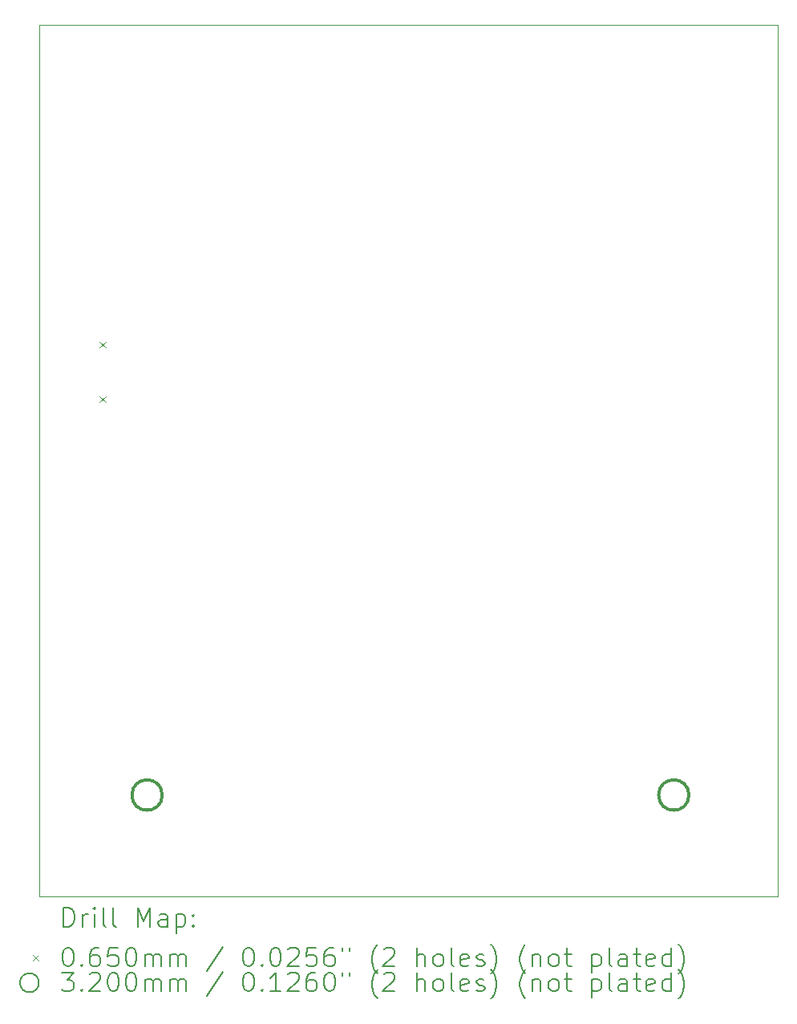
<source format=gbr>
%TF.GenerationSoftware,KiCad,Pcbnew,7.0.8*%
%TF.CreationDate,2023-11-10T09:55:39+08:00*%
%TF.ProjectId,ESPCARproject,45535043-4152-4707-926f-6a6563742e6b,rev?*%
%TF.SameCoordinates,Original*%
%TF.FileFunction,Drillmap*%
%TF.FilePolarity,Positive*%
%FSLAX45Y45*%
G04 Gerber Fmt 4.5, Leading zero omitted, Abs format (unit mm)*
G04 Created by KiCad (PCBNEW 7.0.8) date 2023-11-10 09:55:39*
%MOMM*%
%LPD*%
G01*
G04 APERTURE LIST*
%ADD10C,0.100000*%
%ADD11C,0.200000*%
%ADD12C,0.065000*%
%ADD13C,0.320000*%
G04 APERTURE END LIST*
D10*
X10852000Y-4837750D02*
X18649000Y-4837750D01*
X18649000Y-14034750D01*
X10852000Y-14034750D01*
X10852000Y-4837750D01*
D11*
D12*
X11485500Y-8178000D02*
X11550500Y-8243000D01*
X11550500Y-8178000D02*
X11485500Y-8243000D01*
X11485500Y-8756000D02*
X11550500Y-8821000D01*
X11550500Y-8756000D02*
X11485500Y-8821000D01*
D13*
X12149500Y-12963000D02*
G75*
G03*
X12149500Y-12963000I-160000J0D01*
G01*
X17711000Y-12963000D02*
G75*
G03*
X17711000Y-12963000I-160000J0D01*
G01*
D11*
X11107777Y-14351234D02*
X11107777Y-14151234D01*
X11107777Y-14151234D02*
X11155396Y-14151234D01*
X11155396Y-14151234D02*
X11183967Y-14160758D01*
X11183967Y-14160758D02*
X11203015Y-14179805D01*
X11203015Y-14179805D02*
X11212539Y-14198853D01*
X11212539Y-14198853D02*
X11222062Y-14236948D01*
X11222062Y-14236948D02*
X11222062Y-14265519D01*
X11222062Y-14265519D02*
X11212539Y-14303615D01*
X11212539Y-14303615D02*
X11203015Y-14322662D01*
X11203015Y-14322662D02*
X11183967Y-14341710D01*
X11183967Y-14341710D02*
X11155396Y-14351234D01*
X11155396Y-14351234D02*
X11107777Y-14351234D01*
X11307777Y-14351234D02*
X11307777Y-14217900D01*
X11307777Y-14255996D02*
X11317301Y-14236948D01*
X11317301Y-14236948D02*
X11326824Y-14227424D01*
X11326824Y-14227424D02*
X11345872Y-14217900D01*
X11345872Y-14217900D02*
X11364920Y-14217900D01*
X11431586Y-14351234D02*
X11431586Y-14217900D01*
X11431586Y-14151234D02*
X11422062Y-14160758D01*
X11422062Y-14160758D02*
X11431586Y-14170281D01*
X11431586Y-14170281D02*
X11441110Y-14160758D01*
X11441110Y-14160758D02*
X11431586Y-14151234D01*
X11431586Y-14151234D02*
X11431586Y-14170281D01*
X11555396Y-14351234D02*
X11536348Y-14341710D01*
X11536348Y-14341710D02*
X11526824Y-14322662D01*
X11526824Y-14322662D02*
X11526824Y-14151234D01*
X11660158Y-14351234D02*
X11641110Y-14341710D01*
X11641110Y-14341710D02*
X11631586Y-14322662D01*
X11631586Y-14322662D02*
X11631586Y-14151234D01*
X11888729Y-14351234D02*
X11888729Y-14151234D01*
X11888729Y-14151234D02*
X11955396Y-14294091D01*
X11955396Y-14294091D02*
X12022062Y-14151234D01*
X12022062Y-14151234D02*
X12022062Y-14351234D01*
X12203015Y-14351234D02*
X12203015Y-14246472D01*
X12203015Y-14246472D02*
X12193491Y-14227424D01*
X12193491Y-14227424D02*
X12174443Y-14217900D01*
X12174443Y-14217900D02*
X12136348Y-14217900D01*
X12136348Y-14217900D02*
X12117301Y-14227424D01*
X12203015Y-14341710D02*
X12183967Y-14351234D01*
X12183967Y-14351234D02*
X12136348Y-14351234D01*
X12136348Y-14351234D02*
X12117301Y-14341710D01*
X12117301Y-14341710D02*
X12107777Y-14322662D01*
X12107777Y-14322662D02*
X12107777Y-14303615D01*
X12107777Y-14303615D02*
X12117301Y-14284567D01*
X12117301Y-14284567D02*
X12136348Y-14275043D01*
X12136348Y-14275043D02*
X12183967Y-14275043D01*
X12183967Y-14275043D02*
X12203015Y-14265519D01*
X12298253Y-14217900D02*
X12298253Y-14417900D01*
X12298253Y-14227424D02*
X12317301Y-14217900D01*
X12317301Y-14217900D02*
X12355396Y-14217900D01*
X12355396Y-14217900D02*
X12374443Y-14227424D01*
X12374443Y-14227424D02*
X12383967Y-14236948D01*
X12383967Y-14236948D02*
X12393491Y-14255996D01*
X12393491Y-14255996D02*
X12393491Y-14313138D01*
X12393491Y-14313138D02*
X12383967Y-14332186D01*
X12383967Y-14332186D02*
X12374443Y-14341710D01*
X12374443Y-14341710D02*
X12355396Y-14351234D01*
X12355396Y-14351234D02*
X12317301Y-14351234D01*
X12317301Y-14351234D02*
X12298253Y-14341710D01*
X12479205Y-14332186D02*
X12488729Y-14341710D01*
X12488729Y-14341710D02*
X12479205Y-14351234D01*
X12479205Y-14351234D02*
X12469682Y-14341710D01*
X12469682Y-14341710D02*
X12479205Y-14332186D01*
X12479205Y-14332186D02*
X12479205Y-14351234D01*
X12479205Y-14227424D02*
X12488729Y-14236948D01*
X12488729Y-14236948D02*
X12479205Y-14246472D01*
X12479205Y-14246472D02*
X12469682Y-14236948D01*
X12469682Y-14236948D02*
X12479205Y-14227424D01*
X12479205Y-14227424D02*
X12479205Y-14246472D01*
D12*
X10782000Y-14647250D02*
X10847000Y-14712250D01*
X10847000Y-14647250D02*
X10782000Y-14712250D01*
D11*
X11145872Y-14571234D02*
X11164920Y-14571234D01*
X11164920Y-14571234D02*
X11183967Y-14580758D01*
X11183967Y-14580758D02*
X11193491Y-14590281D01*
X11193491Y-14590281D02*
X11203015Y-14609329D01*
X11203015Y-14609329D02*
X11212539Y-14647424D01*
X11212539Y-14647424D02*
X11212539Y-14695043D01*
X11212539Y-14695043D02*
X11203015Y-14733138D01*
X11203015Y-14733138D02*
X11193491Y-14752186D01*
X11193491Y-14752186D02*
X11183967Y-14761710D01*
X11183967Y-14761710D02*
X11164920Y-14771234D01*
X11164920Y-14771234D02*
X11145872Y-14771234D01*
X11145872Y-14771234D02*
X11126824Y-14761710D01*
X11126824Y-14761710D02*
X11117301Y-14752186D01*
X11117301Y-14752186D02*
X11107777Y-14733138D01*
X11107777Y-14733138D02*
X11098253Y-14695043D01*
X11098253Y-14695043D02*
X11098253Y-14647424D01*
X11098253Y-14647424D02*
X11107777Y-14609329D01*
X11107777Y-14609329D02*
X11117301Y-14590281D01*
X11117301Y-14590281D02*
X11126824Y-14580758D01*
X11126824Y-14580758D02*
X11145872Y-14571234D01*
X11298253Y-14752186D02*
X11307777Y-14761710D01*
X11307777Y-14761710D02*
X11298253Y-14771234D01*
X11298253Y-14771234D02*
X11288729Y-14761710D01*
X11288729Y-14761710D02*
X11298253Y-14752186D01*
X11298253Y-14752186D02*
X11298253Y-14771234D01*
X11479205Y-14571234D02*
X11441110Y-14571234D01*
X11441110Y-14571234D02*
X11422062Y-14580758D01*
X11422062Y-14580758D02*
X11412539Y-14590281D01*
X11412539Y-14590281D02*
X11393491Y-14618853D01*
X11393491Y-14618853D02*
X11383967Y-14656948D01*
X11383967Y-14656948D02*
X11383967Y-14733138D01*
X11383967Y-14733138D02*
X11393491Y-14752186D01*
X11393491Y-14752186D02*
X11403015Y-14761710D01*
X11403015Y-14761710D02*
X11422062Y-14771234D01*
X11422062Y-14771234D02*
X11460158Y-14771234D01*
X11460158Y-14771234D02*
X11479205Y-14761710D01*
X11479205Y-14761710D02*
X11488729Y-14752186D01*
X11488729Y-14752186D02*
X11498253Y-14733138D01*
X11498253Y-14733138D02*
X11498253Y-14685519D01*
X11498253Y-14685519D02*
X11488729Y-14666472D01*
X11488729Y-14666472D02*
X11479205Y-14656948D01*
X11479205Y-14656948D02*
X11460158Y-14647424D01*
X11460158Y-14647424D02*
X11422062Y-14647424D01*
X11422062Y-14647424D02*
X11403015Y-14656948D01*
X11403015Y-14656948D02*
X11393491Y-14666472D01*
X11393491Y-14666472D02*
X11383967Y-14685519D01*
X11679205Y-14571234D02*
X11583967Y-14571234D01*
X11583967Y-14571234D02*
X11574443Y-14666472D01*
X11574443Y-14666472D02*
X11583967Y-14656948D01*
X11583967Y-14656948D02*
X11603015Y-14647424D01*
X11603015Y-14647424D02*
X11650634Y-14647424D01*
X11650634Y-14647424D02*
X11669682Y-14656948D01*
X11669682Y-14656948D02*
X11679205Y-14666472D01*
X11679205Y-14666472D02*
X11688729Y-14685519D01*
X11688729Y-14685519D02*
X11688729Y-14733138D01*
X11688729Y-14733138D02*
X11679205Y-14752186D01*
X11679205Y-14752186D02*
X11669682Y-14761710D01*
X11669682Y-14761710D02*
X11650634Y-14771234D01*
X11650634Y-14771234D02*
X11603015Y-14771234D01*
X11603015Y-14771234D02*
X11583967Y-14761710D01*
X11583967Y-14761710D02*
X11574443Y-14752186D01*
X11812539Y-14571234D02*
X11831586Y-14571234D01*
X11831586Y-14571234D02*
X11850634Y-14580758D01*
X11850634Y-14580758D02*
X11860158Y-14590281D01*
X11860158Y-14590281D02*
X11869682Y-14609329D01*
X11869682Y-14609329D02*
X11879205Y-14647424D01*
X11879205Y-14647424D02*
X11879205Y-14695043D01*
X11879205Y-14695043D02*
X11869682Y-14733138D01*
X11869682Y-14733138D02*
X11860158Y-14752186D01*
X11860158Y-14752186D02*
X11850634Y-14761710D01*
X11850634Y-14761710D02*
X11831586Y-14771234D01*
X11831586Y-14771234D02*
X11812539Y-14771234D01*
X11812539Y-14771234D02*
X11793491Y-14761710D01*
X11793491Y-14761710D02*
X11783967Y-14752186D01*
X11783967Y-14752186D02*
X11774443Y-14733138D01*
X11774443Y-14733138D02*
X11764920Y-14695043D01*
X11764920Y-14695043D02*
X11764920Y-14647424D01*
X11764920Y-14647424D02*
X11774443Y-14609329D01*
X11774443Y-14609329D02*
X11783967Y-14590281D01*
X11783967Y-14590281D02*
X11793491Y-14580758D01*
X11793491Y-14580758D02*
X11812539Y-14571234D01*
X11964920Y-14771234D02*
X11964920Y-14637900D01*
X11964920Y-14656948D02*
X11974443Y-14647424D01*
X11974443Y-14647424D02*
X11993491Y-14637900D01*
X11993491Y-14637900D02*
X12022063Y-14637900D01*
X12022063Y-14637900D02*
X12041110Y-14647424D01*
X12041110Y-14647424D02*
X12050634Y-14666472D01*
X12050634Y-14666472D02*
X12050634Y-14771234D01*
X12050634Y-14666472D02*
X12060158Y-14647424D01*
X12060158Y-14647424D02*
X12079205Y-14637900D01*
X12079205Y-14637900D02*
X12107777Y-14637900D01*
X12107777Y-14637900D02*
X12126824Y-14647424D01*
X12126824Y-14647424D02*
X12136348Y-14666472D01*
X12136348Y-14666472D02*
X12136348Y-14771234D01*
X12231586Y-14771234D02*
X12231586Y-14637900D01*
X12231586Y-14656948D02*
X12241110Y-14647424D01*
X12241110Y-14647424D02*
X12260158Y-14637900D01*
X12260158Y-14637900D02*
X12288729Y-14637900D01*
X12288729Y-14637900D02*
X12307777Y-14647424D01*
X12307777Y-14647424D02*
X12317301Y-14666472D01*
X12317301Y-14666472D02*
X12317301Y-14771234D01*
X12317301Y-14666472D02*
X12326824Y-14647424D01*
X12326824Y-14647424D02*
X12345872Y-14637900D01*
X12345872Y-14637900D02*
X12374443Y-14637900D01*
X12374443Y-14637900D02*
X12393491Y-14647424D01*
X12393491Y-14647424D02*
X12403015Y-14666472D01*
X12403015Y-14666472D02*
X12403015Y-14771234D01*
X12793491Y-14561710D02*
X12622063Y-14818853D01*
X13050634Y-14571234D02*
X13069682Y-14571234D01*
X13069682Y-14571234D02*
X13088729Y-14580758D01*
X13088729Y-14580758D02*
X13098253Y-14590281D01*
X13098253Y-14590281D02*
X13107777Y-14609329D01*
X13107777Y-14609329D02*
X13117301Y-14647424D01*
X13117301Y-14647424D02*
X13117301Y-14695043D01*
X13117301Y-14695043D02*
X13107777Y-14733138D01*
X13107777Y-14733138D02*
X13098253Y-14752186D01*
X13098253Y-14752186D02*
X13088729Y-14761710D01*
X13088729Y-14761710D02*
X13069682Y-14771234D01*
X13069682Y-14771234D02*
X13050634Y-14771234D01*
X13050634Y-14771234D02*
X13031586Y-14761710D01*
X13031586Y-14761710D02*
X13022063Y-14752186D01*
X13022063Y-14752186D02*
X13012539Y-14733138D01*
X13012539Y-14733138D02*
X13003015Y-14695043D01*
X13003015Y-14695043D02*
X13003015Y-14647424D01*
X13003015Y-14647424D02*
X13012539Y-14609329D01*
X13012539Y-14609329D02*
X13022063Y-14590281D01*
X13022063Y-14590281D02*
X13031586Y-14580758D01*
X13031586Y-14580758D02*
X13050634Y-14571234D01*
X13203015Y-14752186D02*
X13212539Y-14761710D01*
X13212539Y-14761710D02*
X13203015Y-14771234D01*
X13203015Y-14771234D02*
X13193491Y-14761710D01*
X13193491Y-14761710D02*
X13203015Y-14752186D01*
X13203015Y-14752186D02*
X13203015Y-14771234D01*
X13336348Y-14571234D02*
X13355396Y-14571234D01*
X13355396Y-14571234D02*
X13374444Y-14580758D01*
X13374444Y-14580758D02*
X13383967Y-14590281D01*
X13383967Y-14590281D02*
X13393491Y-14609329D01*
X13393491Y-14609329D02*
X13403015Y-14647424D01*
X13403015Y-14647424D02*
X13403015Y-14695043D01*
X13403015Y-14695043D02*
X13393491Y-14733138D01*
X13393491Y-14733138D02*
X13383967Y-14752186D01*
X13383967Y-14752186D02*
X13374444Y-14761710D01*
X13374444Y-14761710D02*
X13355396Y-14771234D01*
X13355396Y-14771234D02*
X13336348Y-14771234D01*
X13336348Y-14771234D02*
X13317301Y-14761710D01*
X13317301Y-14761710D02*
X13307777Y-14752186D01*
X13307777Y-14752186D02*
X13298253Y-14733138D01*
X13298253Y-14733138D02*
X13288729Y-14695043D01*
X13288729Y-14695043D02*
X13288729Y-14647424D01*
X13288729Y-14647424D02*
X13298253Y-14609329D01*
X13298253Y-14609329D02*
X13307777Y-14590281D01*
X13307777Y-14590281D02*
X13317301Y-14580758D01*
X13317301Y-14580758D02*
X13336348Y-14571234D01*
X13479206Y-14590281D02*
X13488729Y-14580758D01*
X13488729Y-14580758D02*
X13507777Y-14571234D01*
X13507777Y-14571234D02*
X13555396Y-14571234D01*
X13555396Y-14571234D02*
X13574444Y-14580758D01*
X13574444Y-14580758D02*
X13583967Y-14590281D01*
X13583967Y-14590281D02*
X13593491Y-14609329D01*
X13593491Y-14609329D02*
X13593491Y-14628377D01*
X13593491Y-14628377D02*
X13583967Y-14656948D01*
X13583967Y-14656948D02*
X13469682Y-14771234D01*
X13469682Y-14771234D02*
X13593491Y-14771234D01*
X13774444Y-14571234D02*
X13679206Y-14571234D01*
X13679206Y-14571234D02*
X13669682Y-14666472D01*
X13669682Y-14666472D02*
X13679206Y-14656948D01*
X13679206Y-14656948D02*
X13698253Y-14647424D01*
X13698253Y-14647424D02*
X13745872Y-14647424D01*
X13745872Y-14647424D02*
X13764920Y-14656948D01*
X13764920Y-14656948D02*
X13774444Y-14666472D01*
X13774444Y-14666472D02*
X13783967Y-14685519D01*
X13783967Y-14685519D02*
X13783967Y-14733138D01*
X13783967Y-14733138D02*
X13774444Y-14752186D01*
X13774444Y-14752186D02*
X13764920Y-14761710D01*
X13764920Y-14761710D02*
X13745872Y-14771234D01*
X13745872Y-14771234D02*
X13698253Y-14771234D01*
X13698253Y-14771234D02*
X13679206Y-14761710D01*
X13679206Y-14761710D02*
X13669682Y-14752186D01*
X13955396Y-14571234D02*
X13917301Y-14571234D01*
X13917301Y-14571234D02*
X13898253Y-14580758D01*
X13898253Y-14580758D02*
X13888729Y-14590281D01*
X13888729Y-14590281D02*
X13869682Y-14618853D01*
X13869682Y-14618853D02*
X13860158Y-14656948D01*
X13860158Y-14656948D02*
X13860158Y-14733138D01*
X13860158Y-14733138D02*
X13869682Y-14752186D01*
X13869682Y-14752186D02*
X13879206Y-14761710D01*
X13879206Y-14761710D02*
X13898253Y-14771234D01*
X13898253Y-14771234D02*
X13936348Y-14771234D01*
X13936348Y-14771234D02*
X13955396Y-14761710D01*
X13955396Y-14761710D02*
X13964920Y-14752186D01*
X13964920Y-14752186D02*
X13974444Y-14733138D01*
X13974444Y-14733138D02*
X13974444Y-14685519D01*
X13974444Y-14685519D02*
X13964920Y-14666472D01*
X13964920Y-14666472D02*
X13955396Y-14656948D01*
X13955396Y-14656948D02*
X13936348Y-14647424D01*
X13936348Y-14647424D02*
X13898253Y-14647424D01*
X13898253Y-14647424D02*
X13879206Y-14656948D01*
X13879206Y-14656948D02*
X13869682Y-14666472D01*
X13869682Y-14666472D02*
X13860158Y-14685519D01*
X14050634Y-14571234D02*
X14050634Y-14609329D01*
X14126825Y-14571234D02*
X14126825Y-14609329D01*
X14422063Y-14847424D02*
X14412539Y-14837900D01*
X14412539Y-14837900D02*
X14393491Y-14809329D01*
X14393491Y-14809329D02*
X14383968Y-14790281D01*
X14383968Y-14790281D02*
X14374444Y-14761710D01*
X14374444Y-14761710D02*
X14364920Y-14714091D01*
X14364920Y-14714091D02*
X14364920Y-14675996D01*
X14364920Y-14675996D02*
X14374444Y-14628377D01*
X14374444Y-14628377D02*
X14383968Y-14599805D01*
X14383968Y-14599805D02*
X14393491Y-14580758D01*
X14393491Y-14580758D02*
X14412539Y-14552186D01*
X14412539Y-14552186D02*
X14422063Y-14542662D01*
X14488729Y-14590281D02*
X14498253Y-14580758D01*
X14498253Y-14580758D02*
X14517301Y-14571234D01*
X14517301Y-14571234D02*
X14564920Y-14571234D01*
X14564920Y-14571234D02*
X14583968Y-14580758D01*
X14583968Y-14580758D02*
X14593491Y-14590281D01*
X14593491Y-14590281D02*
X14603015Y-14609329D01*
X14603015Y-14609329D02*
X14603015Y-14628377D01*
X14603015Y-14628377D02*
X14593491Y-14656948D01*
X14593491Y-14656948D02*
X14479206Y-14771234D01*
X14479206Y-14771234D02*
X14603015Y-14771234D01*
X14841110Y-14771234D02*
X14841110Y-14571234D01*
X14926825Y-14771234D02*
X14926825Y-14666472D01*
X14926825Y-14666472D02*
X14917301Y-14647424D01*
X14917301Y-14647424D02*
X14898253Y-14637900D01*
X14898253Y-14637900D02*
X14869682Y-14637900D01*
X14869682Y-14637900D02*
X14850634Y-14647424D01*
X14850634Y-14647424D02*
X14841110Y-14656948D01*
X15050634Y-14771234D02*
X15031587Y-14761710D01*
X15031587Y-14761710D02*
X15022063Y-14752186D01*
X15022063Y-14752186D02*
X15012539Y-14733138D01*
X15012539Y-14733138D02*
X15012539Y-14675996D01*
X15012539Y-14675996D02*
X15022063Y-14656948D01*
X15022063Y-14656948D02*
X15031587Y-14647424D01*
X15031587Y-14647424D02*
X15050634Y-14637900D01*
X15050634Y-14637900D02*
X15079206Y-14637900D01*
X15079206Y-14637900D02*
X15098253Y-14647424D01*
X15098253Y-14647424D02*
X15107777Y-14656948D01*
X15107777Y-14656948D02*
X15117301Y-14675996D01*
X15117301Y-14675996D02*
X15117301Y-14733138D01*
X15117301Y-14733138D02*
X15107777Y-14752186D01*
X15107777Y-14752186D02*
X15098253Y-14761710D01*
X15098253Y-14761710D02*
X15079206Y-14771234D01*
X15079206Y-14771234D02*
X15050634Y-14771234D01*
X15231587Y-14771234D02*
X15212539Y-14761710D01*
X15212539Y-14761710D02*
X15203015Y-14742662D01*
X15203015Y-14742662D02*
X15203015Y-14571234D01*
X15383968Y-14761710D02*
X15364920Y-14771234D01*
X15364920Y-14771234D02*
X15326825Y-14771234D01*
X15326825Y-14771234D02*
X15307777Y-14761710D01*
X15307777Y-14761710D02*
X15298253Y-14742662D01*
X15298253Y-14742662D02*
X15298253Y-14666472D01*
X15298253Y-14666472D02*
X15307777Y-14647424D01*
X15307777Y-14647424D02*
X15326825Y-14637900D01*
X15326825Y-14637900D02*
X15364920Y-14637900D01*
X15364920Y-14637900D02*
X15383968Y-14647424D01*
X15383968Y-14647424D02*
X15393491Y-14666472D01*
X15393491Y-14666472D02*
X15393491Y-14685519D01*
X15393491Y-14685519D02*
X15298253Y-14704567D01*
X15469682Y-14761710D02*
X15488730Y-14771234D01*
X15488730Y-14771234D02*
X15526825Y-14771234D01*
X15526825Y-14771234D02*
X15545872Y-14761710D01*
X15545872Y-14761710D02*
X15555396Y-14742662D01*
X15555396Y-14742662D02*
X15555396Y-14733138D01*
X15555396Y-14733138D02*
X15545872Y-14714091D01*
X15545872Y-14714091D02*
X15526825Y-14704567D01*
X15526825Y-14704567D02*
X15498253Y-14704567D01*
X15498253Y-14704567D02*
X15479206Y-14695043D01*
X15479206Y-14695043D02*
X15469682Y-14675996D01*
X15469682Y-14675996D02*
X15469682Y-14666472D01*
X15469682Y-14666472D02*
X15479206Y-14647424D01*
X15479206Y-14647424D02*
X15498253Y-14637900D01*
X15498253Y-14637900D02*
X15526825Y-14637900D01*
X15526825Y-14637900D02*
X15545872Y-14647424D01*
X15622063Y-14847424D02*
X15631587Y-14837900D01*
X15631587Y-14837900D02*
X15650634Y-14809329D01*
X15650634Y-14809329D02*
X15660158Y-14790281D01*
X15660158Y-14790281D02*
X15669682Y-14761710D01*
X15669682Y-14761710D02*
X15679206Y-14714091D01*
X15679206Y-14714091D02*
X15679206Y-14675996D01*
X15679206Y-14675996D02*
X15669682Y-14628377D01*
X15669682Y-14628377D02*
X15660158Y-14599805D01*
X15660158Y-14599805D02*
X15650634Y-14580758D01*
X15650634Y-14580758D02*
X15631587Y-14552186D01*
X15631587Y-14552186D02*
X15622063Y-14542662D01*
X15983968Y-14847424D02*
X15974444Y-14837900D01*
X15974444Y-14837900D02*
X15955396Y-14809329D01*
X15955396Y-14809329D02*
X15945872Y-14790281D01*
X15945872Y-14790281D02*
X15936349Y-14761710D01*
X15936349Y-14761710D02*
X15926825Y-14714091D01*
X15926825Y-14714091D02*
X15926825Y-14675996D01*
X15926825Y-14675996D02*
X15936349Y-14628377D01*
X15936349Y-14628377D02*
X15945872Y-14599805D01*
X15945872Y-14599805D02*
X15955396Y-14580758D01*
X15955396Y-14580758D02*
X15974444Y-14552186D01*
X15974444Y-14552186D02*
X15983968Y-14542662D01*
X16060158Y-14637900D02*
X16060158Y-14771234D01*
X16060158Y-14656948D02*
X16069682Y-14647424D01*
X16069682Y-14647424D02*
X16088730Y-14637900D01*
X16088730Y-14637900D02*
X16117301Y-14637900D01*
X16117301Y-14637900D02*
X16136349Y-14647424D01*
X16136349Y-14647424D02*
X16145872Y-14666472D01*
X16145872Y-14666472D02*
X16145872Y-14771234D01*
X16269682Y-14771234D02*
X16250634Y-14761710D01*
X16250634Y-14761710D02*
X16241111Y-14752186D01*
X16241111Y-14752186D02*
X16231587Y-14733138D01*
X16231587Y-14733138D02*
X16231587Y-14675996D01*
X16231587Y-14675996D02*
X16241111Y-14656948D01*
X16241111Y-14656948D02*
X16250634Y-14647424D01*
X16250634Y-14647424D02*
X16269682Y-14637900D01*
X16269682Y-14637900D02*
X16298253Y-14637900D01*
X16298253Y-14637900D02*
X16317301Y-14647424D01*
X16317301Y-14647424D02*
X16326825Y-14656948D01*
X16326825Y-14656948D02*
X16336349Y-14675996D01*
X16336349Y-14675996D02*
X16336349Y-14733138D01*
X16336349Y-14733138D02*
X16326825Y-14752186D01*
X16326825Y-14752186D02*
X16317301Y-14761710D01*
X16317301Y-14761710D02*
X16298253Y-14771234D01*
X16298253Y-14771234D02*
X16269682Y-14771234D01*
X16393492Y-14637900D02*
X16469682Y-14637900D01*
X16422063Y-14571234D02*
X16422063Y-14742662D01*
X16422063Y-14742662D02*
X16431587Y-14761710D01*
X16431587Y-14761710D02*
X16450634Y-14771234D01*
X16450634Y-14771234D02*
X16469682Y-14771234D01*
X16688730Y-14637900D02*
X16688730Y-14837900D01*
X16688730Y-14647424D02*
X16707777Y-14637900D01*
X16707777Y-14637900D02*
X16745873Y-14637900D01*
X16745873Y-14637900D02*
X16764920Y-14647424D01*
X16764920Y-14647424D02*
X16774444Y-14656948D01*
X16774444Y-14656948D02*
X16783968Y-14675996D01*
X16783968Y-14675996D02*
X16783968Y-14733138D01*
X16783968Y-14733138D02*
X16774444Y-14752186D01*
X16774444Y-14752186D02*
X16764920Y-14761710D01*
X16764920Y-14761710D02*
X16745873Y-14771234D01*
X16745873Y-14771234D02*
X16707777Y-14771234D01*
X16707777Y-14771234D02*
X16688730Y-14761710D01*
X16898254Y-14771234D02*
X16879206Y-14761710D01*
X16879206Y-14761710D02*
X16869682Y-14742662D01*
X16869682Y-14742662D02*
X16869682Y-14571234D01*
X17060158Y-14771234D02*
X17060158Y-14666472D01*
X17060158Y-14666472D02*
X17050635Y-14647424D01*
X17050635Y-14647424D02*
X17031587Y-14637900D01*
X17031587Y-14637900D02*
X16993492Y-14637900D01*
X16993492Y-14637900D02*
X16974444Y-14647424D01*
X17060158Y-14761710D02*
X17041111Y-14771234D01*
X17041111Y-14771234D02*
X16993492Y-14771234D01*
X16993492Y-14771234D02*
X16974444Y-14761710D01*
X16974444Y-14761710D02*
X16964920Y-14742662D01*
X16964920Y-14742662D02*
X16964920Y-14723615D01*
X16964920Y-14723615D02*
X16974444Y-14704567D01*
X16974444Y-14704567D02*
X16993492Y-14695043D01*
X16993492Y-14695043D02*
X17041111Y-14695043D01*
X17041111Y-14695043D02*
X17060158Y-14685519D01*
X17126825Y-14637900D02*
X17203015Y-14637900D01*
X17155396Y-14571234D02*
X17155396Y-14742662D01*
X17155396Y-14742662D02*
X17164920Y-14761710D01*
X17164920Y-14761710D02*
X17183968Y-14771234D01*
X17183968Y-14771234D02*
X17203015Y-14771234D01*
X17345873Y-14761710D02*
X17326825Y-14771234D01*
X17326825Y-14771234D02*
X17288730Y-14771234D01*
X17288730Y-14771234D02*
X17269682Y-14761710D01*
X17269682Y-14761710D02*
X17260158Y-14742662D01*
X17260158Y-14742662D02*
X17260158Y-14666472D01*
X17260158Y-14666472D02*
X17269682Y-14647424D01*
X17269682Y-14647424D02*
X17288730Y-14637900D01*
X17288730Y-14637900D02*
X17326825Y-14637900D01*
X17326825Y-14637900D02*
X17345873Y-14647424D01*
X17345873Y-14647424D02*
X17355396Y-14666472D01*
X17355396Y-14666472D02*
X17355396Y-14685519D01*
X17355396Y-14685519D02*
X17260158Y-14704567D01*
X17526825Y-14771234D02*
X17526825Y-14571234D01*
X17526825Y-14761710D02*
X17507777Y-14771234D01*
X17507777Y-14771234D02*
X17469682Y-14771234D01*
X17469682Y-14771234D02*
X17450635Y-14761710D01*
X17450635Y-14761710D02*
X17441111Y-14752186D01*
X17441111Y-14752186D02*
X17431587Y-14733138D01*
X17431587Y-14733138D02*
X17431587Y-14675996D01*
X17431587Y-14675996D02*
X17441111Y-14656948D01*
X17441111Y-14656948D02*
X17450635Y-14647424D01*
X17450635Y-14647424D02*
X17469682Y-14637900D01*
X17469682Y-14637900D02*
X17507777Y-14637900D01*
X17507777Y-14637900D02*
X17526825Y-14647424D01*
X17603016Y-14847424D02*
X17612539Y-14837900D01*
X17612539Y-14837900D02*
X17631587Y-14809329D01*
X17631587Y-14809329D02*
X17641111Y-14790281D01*
X17641111Y-14790281D02*
X17650635Y-14761710D01*
X17650635Y-14761710D02*
X17660158Y-14714091D01*
X17660158Y-14714091D02*
X17660158Y-14675996D01*
X17660158Y-14675996D02*
X17650635Y-14628377D01*
X17650635Y-14628377D02*
X17641111Y-14599805D01*
X17641111Y-14599805D02*
X17631587Y-14580758D01*
X17631587Y-14580758D02*
X17612539Y-14552186D01*
X17612539Y-14552186D02*
X17603016Y-14542662D01*
X10847000Y-14943750D02*
G75*
G03*
X10847000Y-14943750I-100000J0D01*
G01*
X11088729Y-14835234D02*
X11212539Y-14835234D01*
X11212539Y-14835234D02*
X11145872Y-14911424D01*
X11145872Y-14911424D02*
X11174444Y-14911424D01*
X11174444Y-14911424D02*
X11193491Y-14920948D01*
X11193491Y-14920948D02*
X11203015Y-14930472D01*
X11203015Y-14930472D02*
X11212539Y-14949519D01*
X11212539Y-14949519D02*
X11212539Y-14997138D01*
X11212539Y-14997138D02*
X11203015Y-15016186D01*
X11203015Y-15016186D02*
X11193491Y-15025710D01*
X11193491Y-15025710D02*
X11174444Y-15035234D01*
X11174444Y-15035234D02*
X11117301Y-15035234D01*
X11117301Y-15035234D02*
X11098253Y-15025710D01*
X11098253Y-15025710D02*
X11088729Y-15016186D01*
X11298253Y-15016186D02*
X11307777Y-15025710D01*
X11307777Y-15025710D02*
X11298253Y-15035234D01*
X11298253Y-15035234D02*
X11288729Y-15025710D01*
X11288729Y-15025710D02*
X11298253Y-15016186D01*
X11298253Y-15016186D02*
X11298253Y-15035234D01*
X11383967Y-14854281D02*
X11393491Y-14844758D01*
X11393491Y-14844758D02*
X11412539Y-14835234D01*
X11412539Y-14835234D02*
X11460158Y-14835234D01*
X11460158Y-14835234D02*
X11479205Y-14844758D01*
X11479205Y-14844758D02*
X11488729Y-14854281D01*
X11488729Y-14854281D02*
X11498253Y-14873329D01*
X11498253Y-14873329D02*
X11498253Y-14892377D01*
X11498253Y-14892377D02*
X11488729Y-14920948D01*
X11488729Y-14920948D02*
X11374443Y-15035234D01*
X11374443Y-15035234D02*
X11498253Y-15035234D01*
X11622062Y-14835234D02*
X11641110Y-14835234D01*
X11641110Y-14835234D02*
X11660158Y-14844758D01*
X11660158Y-14844758D02*
X11669682Y-14854281D01*
X11669682Y-14854281D02*
X11679205Y-14873329D01*
X11679205Y-14873329D02*
X11688729Y-14911424D01*
X11688729Y-14911424D02*
X11688729Y-14959043D01*
X11688729Y-14959043D02*
X11679205Y-14997138D01*
X11679205Y-14997138D02*
X11669682Y-15016186D01*
X11669682Y-15016186D02*
X11660158Y-15025710D01*
X11660158Y-15025710D02*
X11641110Y-15035234D01*
X11641110Y-15035234D02*
X11622062Y-15035234D01*
X11622062Y-15035234D02*
X11603015Y-15025710D01*
X11603015Y-15025710D02*
X11593491Y-15016186D01*
X11593491Y-15016186D02*
X11583967Y-14997138D01*
X11583967Y-14997138D02*
X11574443Y-14959043D01*
X11574443Y-14959043D02*
X11574443Y-14911424D01*
X11574443Y-14911424D02*
X11583967Y-14873329D01*
X11583967Y-14873329D02*
X11593491Y-14854281D01*
X11593491Y-14854281D02*
X11603015Y-14844758D01*
X11603015Y-14844758D02*
X11622062Y-14835234D01*
X11812539Y-14835234D02*
X11831586Y-14835234D01*
X11831586Y-14835234D02*
X11850634Y-14844758D01*
X11850634Y-14844758D02*
X11860158Y-14854281D01*
X11860158Y-14854281D02*
X11869682Y-14873329D01*
X11869682Y-14873329D02*
X11879205Y-14911424D01*
X11879205Y-14911424D02*
X11879205Y-14959043D01*
X11879205Y-14959043D02*
X11869682Y-14997138D01*
X11869682Y-14997138D02*
X11860158Y-15016186D01*
X11860158Y-15016186D02*
X11850634Y-15025710D01*
X11850634Y-15025710D02*
X11831586Y-15035234D01*
X11831586Y-15035234D02*
X11812539Y-15035234D01*
X11812539Y-15035234D02*
X11793491Y-15025710D01*
X11793491Y-15025710D02*
X11783967Y-15016186D01*
X11783967Y-15016186D02*
X11774443Y-14997138D01*
X11774443Y-14997138D02*
X11764920Y-14959043D01*
X11764920Y-14959043D02*
X11764920Y-14911424D01*
X11764920Y-14911424D02*
X11774443Y-14873329D01*
X11774443Y-14873329D02*
X11783967Y-14854281D01*
X11783967Y-14854281D02*
X11793491Y-14844758D01*
X11793491Y-14844758D02*
X11812539Y-14835234D01*
X11964920Y-15035234D02*
X11964920Y-14901900D01*
X11964920Y-14920948D02*
X11974443Y-14911424D01*
X11974443Y-14911424D02*
X11993491Y-14901900D01*
X11993491Y-14901900D02*
X12022063Y-14901900D01*
X12022063Y-14901900D02*
X12041110Y-14911424D01*
X12041110Y-14911424D02*
X12050634Y-14930472D01*
X12050634Y-14930472D02*
X12050634Y-15035234D01*
X12050634Y-14930472D02*
X12060158Y-14911424D01*
X12060158Y-14911424D02*
X12079205Y-14901900D01*
X12079205Y-14901900D02*
X12107777Y-14901900D01*
X12107777Y-14901900D02*
X12126824Y-14911424D01*
X12126824Y-14911424D02*
X12136348Y-14930472D01*
X12136348Y-14930472D02*
X12136348Y-15035234D01*
X12231586Y-15035234D02*
X12231586Y-14901900D01*
X12231586Y-14920948D02*
X12241110Y-14911424D01*
X12241110Y-14911424D02*
X12260158Y-14901900D01*
X12260158Y-14901900D02*
X12288729Y-14901900D01*
X12288729Y-14901900D02*
X12307777Y-14911424D01*
X12307777Y-14911424D02*
X12317301Y-14930472D01*
X12317301Y-14930472D02*
X12317301Y-15035234D01*
X12317301Y-14930472D02*
X12326824Y-14911424D01*
X12326824Y-14911424D02*
X12345872Y-14901900D01*
X12345872Y-14901900D02*
X12374443Y-14901900D01*
X12374443Y-14901900D02*
X12393491Y-14911424D01*
X12393491Y-14911424D02*
X12403015Y-14930472D01*
X12403015Y-14930472D02*
X12403015Y-15035234D01*
X12793491Y-14825710D02*
X12622063Y-15082853D01*
X13050634Y-14835234D02*
X13069682Y-14835234D01*
X13069682Y-14835234D02*
X13088729Y-14844758D01*
X13088729Y-14844758D02*
X13098253Y-14854281D01*
X13098253Y-14854281D02*
X13107777Y-14873329D01*
X13107777Y-14873329D02*
X13117301Y-14911424D01*
X13117301Y-14911424D02*
X13117301Y-14959043D01*
X13117301Y-14959043D02*
X13107777Y-14997138D01*
X13107777Y-14997138D02*
X13098253Y-15016186D01*
X13098253Y-15016186D02*
X13088729Y-15025710D01*
X13088729Y-15025710D02*
X13069682Y-15035234D01*
X13069682Y-15035234D02*
X13050634Y-15035234D01*
X13050634Y-15035234D02*
X13031586Y-15025710D01*
X13031586Y-15025710D02*
X13022063Y-15016186D01*
X13022063Y-15016186D02*
X13012539Y-14997138D01*
X13012539Y-14997138D02*
X13003015Y-14959043D01*
X13003015Y-14959043D02*
X13003015Y-14911424D01*
X13003015Y-14911424D02*
X13012539Y-14873329D01*
X13012539Y-14873329D02*
X13022063Y-14854281D01*
X13022063Y-14854281D02*
X13031586Y-14844758D01*
X13031586Y-14844758D02*
X13050634Y-14835234D01*
X13203015Y-15016186D02*
X13212539Y-15025710D01*
X13212539Y-15025710D02*
X13203015Y-15035234D01*
X13203015Y-15035234D02*
X13193491Y-15025710D01*
X13193491Y-15025710D02*
X13203015Y-15016186D01*
X13203015Y-15016186D02*
X13203015Y-15035234D01*
X13403015Y-15035234D02*
X13288729Y-15035234D01*
X13345872Y-15035234D02*
X13345872Y-14835234D01*
X13345872Y-14835234D02*
X13326825Y-14863805D01*
X13326825Y-14863805D02*
X13307777Y-14882853D01*
X13307777Y-14882853D02*
X13288729Y-14892377D01*
X13479206Y-14854281D02*
X13488729Y-14844758D01*
X13488729Y-14844758D02*
X13507777Y-14835234D01*
X13507777Y-14835234D02*
X13555396Y-14835234D01*
X13555396Y-14835234D02*
X13574444Y-14844758D01*
X13574444Y-14844758D02*
X13583967Y-14854281D01*
X13583967Y-14854281D02*
X13593491Y-14873329D01*
X13593491Y-14873329D02*
X13593491Y-14892377D01*
X13593491Y-14892377D02*
X13583967Y-14920948D01*
X13583967Y-14920948D02*
X13469682Y-15035234D01*
X13469682Y-15035234D02*
X13593491Y-15035234D01*
X13764920Y-14835234D02*
X13726825Y-14835234D01*
X13726825Y-14835234D02*
X13707777Y-14844758D01*
X13707777Y-14844758D02*
X13698253Y-14854281D01*
X13698253Y-14854281D02*
X13679206Y-14882853D01*
X13679206Y-14882853D02*
X13669682Y-14920948D01*
X13669682Y-14920948D02*
X13669682Y-14997138D01*
X13669682Y-14997138D02*
X13679206Y-15016186D01*
X13679206Y-15016186D02*
X13688729Y-15025710D01*
X13688729Y-15025710D02*
X13707777Y-15035234D01*
X13707777Y-15035234D02*
X13745872Y-15035234D01*
X13745872Y-15035234D02*
X13764920Y-15025710D01*
X13764920Y-15025710D02*
X13774444Y-15016186D01*
X13774444Y-15016186D02*
X13783967Y-14997138D01*
X13783967Y-14997138D02*
X13783967Y-14949519D01*
X13783967Y-14949519D02*
X13774444Y-14930472D01*
X13774444Y-14930472D02*
X13764920Y-14920948D01*
X13764920Y-14920948D02*
X13745872Y-14911424D01*
X13745872Y-14911424D02*
X13707777Y-14911424D01*
X13707777Y-14911424D02*
X13688729Y-14920948D01*
X13688729Y-14920948D02*
X13679206Y-14930472D01*
X13679206Y-14930472D02*
X13669682Y-14949519D01*
X13907777Y-14835234D02*
X13926825Y-14835234D01*
X13926825Y-14835234D02*
X13945872Y-14844758D01*
X13945872Y-14844758D02*
X13955396Y-14854281D01*
X13955396Y-14854281D02*
X13964920Y-14873329D01*
X13964920Y-14873329D02*
X13974444Y-14911424D01*
X13974444Y-14911424D02*
X13974444Y-14959043D01*
X13974444Y-14959043D02*
X13964920Y-14997138D01*
X13964920Y-14997138D02*
X13955396Y-15016186D01*
X13955396Y-15016186D02*
X13945872Y-15025710D01*
X13945872Y-15025710D02*
X13926825Y-15035234D01*
X13926825Y-15035234D02*
X13907777Y-15035234D01*
X13907777Y-15035234D02*
X13888729Y-15025710D01*
X13888729Y-15025710D02*
X13879206Y-15016186D01*
X13879206Y-15016186D02*
X13869682Y-14997138D01*
X13869682Y-14997138D02*
X13860158Y-14959043D01*
X13860158Y-14959043D02*
X13860158Y-14911424D01*
X13860158Y-14911424D02*
X13869682Y-14873329D01*
X13869682Y-14873329D02*
X13879206Y-14854281D01*
X13879206Y-14854281D02*
X13888729Y-14844758D01*
X13888729Y-14844758D02*
X13907777Y-14835234D01*
X14050634Y-14835234D02*
X14050634Y-14873329D01*
X14126825Y-14835234D02*
X14126825Y-14873329D01*
X14422063Y-15111424D02*
X14412539Y-15101900D01*
X14412539Y-15101900D02*
X14393491Y-15073329D01*
X14393491Y-15073329D02*
X14383968Y-15054281D01*
X14383968Y-15054281D02*
X14374444Y-15025710D01*
X14374444Y-15025710D02*
X14364920Y-14978091D01*
X14364920Y-14978091D02*
X14364920Y-14939996D01*
X14364920Y-14939996D02*
X14374444Y-14892377D01*
X14374444Y-14892377D02*
X14383968Y-14863805D01*
X14383968Y-14863805D02*
X14393491Y-14844758D01*
X14393491Y-14844758D02*
X14412539Y-14816186D01*
X14412539Y-14816186D02*
X14422063Y-14806662D01*
X14488729Y-14854281D02*
X14498253Y-14844758D01*
X14498253Y-14844758D02*
X14517301Y-14835234D01*
X14517301Y-14835234D02*
X14564920Y-14835234D01*
X14564920Y-14835234D02*
X14583968Y-14844758D01*
X14583968Y-14844758D02*
X14593491Y-14854281D01*
X14593491Y-14854281D02*
X14603015Y-14873329D01*
X14603015Y-14873329D02*
X14603015Y-14892377D01*
X14603015Y-14892377D02*
X14593491Y-14920948D01*
X14593491Y-14920948D02*
X14479206Y-15035234D01*
X14479206Y-15035234D02*
X14603015Y-15035234D01*
X14841110Y-15035234D02*
X14841110Y-14835234D01*
X14926825Y-15035234D02*
X14926825Y-14930472D01*
X14926825Y-14930472D02*
X14917301Y-14911424D01*
X14917301Y-14911424D02*
X14898253Y-14901900D01*
X14898253Y-14901900D02*
X14869682Y-14901900D01*
X14869682Y-14901900D02*
X14850634Y-14911424D01*
X14850634Y-14911424D02*
X14841110Y-14920948D01*
X15050634Y-15035234D02*
X15031587Y-15025710D01*
X15031587Y-15025710D02*
X15022063Y-15016186D01*
X15022063Y-15016186D02*
X15012539Y-14997138D01*
X15012539Y-14997138D02*
X15012539Y-14939996D01*
X15012539Y-14939996D02*
X15022063Y-14920948D01*
X15022063Y-14920948D02*
X15031587Y-14911424D01*
X15031587Y-14911424D02*
X15050634Y-14901900D01*
X15050634Y-14901900D02*
X15079206Y-14901900D01*
X15079206Y-14901900D02*
X15098253Y-14911424D01*
X15098253Y-14911424D02*
X15107777Y-14920948D01*
X15107777Y-14920948D02*
X15117301Y-14939996D01*
X15117301Y-14939996D02*
X15117301Y-14997138D01*
X15117301Y-14997138D02*
X15107777Y-15016186D01*
X15107777Y-15016186D02*
X15098253Y-15025710D01*
X15098253Y-15025710D02*
X15079206Y-15035234D01*
X15079206Y-15035234D02*
X15050634Y-15035234D01*
X15231587Y-15035234D02*
X15212539Y-15025710D01*
X15212539Y-15025710D02*
X15203015Y-15006662D01*
X15203015Y-15006662D02*
X15203015Y-14835234D01*
X15383968Y-15025710D02*
X15364920Y-15035234D01*
X15364920Y-15035234D02*
X15326825Y-15035234D01*
X15326825Y-15035234D02*
X15307777Y-15025710D01*
X15307777Y-15025710D02*
X15298253Y-15006662D01*
X15298253Y-15006662D02*
X15298253Y-14930472D01*
X15298253Y-14930472D02*
X15307777Y-14911424D01*
X15307777Y-14911424D02*
X15326825Y-14901900D01*
X15326825Y-14901900D02*
X15364920Y-14901900D01*
X15364920Y-14901900D02*
X15383968Y-14911424D01*
X15383968Y-14911424D02*
X15393491Y-14930472D01*
X15393491Y-14930472D02*
X15393491Y-14949519D01*
X15393491Y-14949519D02*
X15298253Y-14968567D01*
X15469682Y-15025710D02*
X15488730Y-15035234D01*
X15488730Y-15035234D02*
X15526825Y-15035234D01*
X15526825Y-15035234D02*
X15545872Y-15025710D01*
X15545872Y-15025710D02*
X15555396Y-15006662D01*
X15555396Y-15006662D02*
X15555396Y-14997138D01*
X15555396Y-14997138D02*
X15545872Y-14978091D01*
X15545872Y-14978091D02*
X15526825Y-14968567D01*
X15526825Y-14968567D02*
X15498253Y-14968567D01*
X15498253Y-14968567D02*
X15479206Y-14959043D01*
X15479206Y-14959043D02*
X15469682Y-14939996D01*
X15469682Y-14939996D02*
X15469682Y-14930472D01*
X15469682Y-14930472D02*
X15479206Y-14911424D01*
X15479206Y-14911424D02*
X15498253Y-14901900D01*
X15498253Y-14901900D02*
X15526825Y-14901900D01*
X15526825Y-14901900D02*
X15545872Y-14911424D01*
X15622063Y-15111424D02*
X15631587Y-15101900D01*
X15631587Y-15101900D02*
X15650634Y-15073329D01*
X15650634Y-15073329D02*
X15660158Y-15054281D01*
X15660158Y-15054281D02*
X15669682Y-15025710D01*
X15669682Y-15025710D02*
X15679206Y-14978091D01*
X15679206Y-14978091D02*
X15679206Y-14939996D01*
X15679206Y-14939996D02*
X15669682Y-14892377D01*
X15669682Y-14892377D02*
X15660158Y-14863805D01*
X15660158Y-14863805D02*
X15650634Y-14844758D01*
X15650634Y-14844758D02*
X15631587Y-14816186D01*
X15631587Y-14816186D02*
X15622063Y-14806662D01*
X15983968Y-15111424D02*
X15974444Y-15101900D01*
X15974444Y-15101900D02*
X15955396Y-15073329D01*
X15955396Y-15073329D02*
X15945872Y-15054281D01*
X15945872Y-15054281D02*
X15936349Y-15025710D01*
X15936349Y-15025710D02*
X15926825Y-14978091D01*
X15926825Y-14978091D02*
X15926825Y-14939996D01*
X15926825Y-14939996D02*
X15936349Y-14892377D01*
X15936349Y-14892377D02*
X15945872Y-14863805D01*
X15945872Y-14863805D02*
X15955396Y-14844758D01*
X15955396Y-14844758D02*
X15974444Y-14816186D01*
X15974444Y-14816186D02*
X15983968Y-14806662D01*
X16060158Y-14901900D02*
X16060158Y-15035234D01*
X16060158Y-14920948D02*
X16069682Y-14911424D01*
X16069682Y-14911424D02*
X16088730Y-14901900D01*
X16088730Y-14901900D02*
X16117301Y-14901900D01*
X16117301Y-14901900D02*
X16136349Y-14911424D01*
X16136349Y-14911424D02*
X16145872Y-14930472D01*
X16145872Y-14930472D02*
X16145872Y-15035234D01*
X16269682Y-15035234D02*
X16250634Y-15025710D01*
X16250634Y-15025710D02*
X16241111Y-15016186D01*
X16241111Y-15016186D02*
X16231587Y-14997138D01*
X16231587Y-14997138D02*
X16231587Y-14939996D01*
X16231587Y-14939996D02*
X16241111Y-14920948D01*
X16241111Y-14920948D02*
X16250634Y-14911424D01*
X16250634Y-14911424D02*
X16269682Y-14901900D01*
X16269682Y-14901900D02*
X16298253Y-14901900D01*
X16298253Y-14901900D02*
X16317301Y-14911424D01*
X16317301Y-14911424D02*
X16326825Y-14920948D01*
X16326825Y-14920948D02*
X16336349Y-14939996D01*
X16336349Y-14939996D02*
X16336349Y-14997138D01*
X16336349Y-14997138D02*
X16326825Y-15016186D01*
X16326825Y-15016186D02*
X16317301Y-15025710D01*
X16317301Y-15025710D02*
X16298253Y-15035234D01*
X16298253Y-15035234D02*
X16269682Y-15035234D01*
X16393492Y-14901900D02*
X16469682Y-14901900D01*
X16422063Y-14835234D02*
X16422063Y-15006662D01*
X16422063Y-15006662D02*
X16431587Y-15025710D01*
X16431587Y-15025710D02*
X16450634Y-15035234D01*
X16450634Y-15035234D02*
X16469682Y-15035234D01*
X16688730Y-14901900D02*
X16688730Y-15101900D01*
X16688730Y-14911424D02*
X16707777Y-14901900D01*
X16707777Y-14901900D02*
X16745873Y-14901900D01*
X16745873Y-14901900D02*
X16764920Y-14911424D01*
X16764920Y-14911424D02*
X16774444Y-14920948D01*
X16774444Y-14920948D02*
X16783968Y-14939996D01*
X16783968Y-14939996D02*
X16783968Y-14997138D01*
X16783968Y-14997138D02*
X16774444Y-15016186D01*
X16774444Y-15016186D02*
X16764920Y-15025710D01*
X16764920Y-15025710D02*
X16745873Y-15035234D01*
X16745873Y-15035234D02*
X16707777Y-15035234D01*
X16707777Y-15035234D02*
X16688730Y-15025710D01*
X16898254Y-15035234D02*
X16879206Y-15025710D01*
X16879206Y-15025710D02*
X16869682Y-15006662D01*
X16869682Y-15006662D02*
X16869682Y-14835234D01*
X17060158Y-15035234D02*
X17060158Y-14930472D01*
X17060158Y-14930472D02*
X17050635Y-14911424D01*
X17050635Y-14911424D02*
X17031587Y-14901900D01*
X17031587Y-14901900D02*
X16993492Y-14901900D01*
X16993492Y-14901900D02*
X16974444Y-14911424D01*
X17060158Y-15025710D02*
X17041111Y-15035234D01*
X17041111Y-15035234D02*
X16993492Y-15035234D01*
X16993492Y-15035234D02*
X16974444Y-15025710D01*
X16974444Y-15025710D02*
X16964920Y-15006662D01*
X16964920Y-15006662D02*
X16964920Y-14987615D01*
X16964920Y-14987615D02*
X16974444Y-14968567D01*
X16974444Y-14968567D02*
X16993492Y-14959043D01*
X16993492Y-14959043D02*
X17041111Y-14959043D01*
X17041111Y-14959043D02*
X17060158Y-14949519D01*
X17126825Y-14901900D02*
X17203015Y-14901900D01*
X17155396Y-14835234D02*
X17155396Y-15006662D01*
X17155396Y-15006662D02*
X17164920Y-15025710D01*
X17164920Y-15025710D02*
X17183968Y-15035234D01*
X17183968Y-15035234D02*
X17203015Y-15035234D01*
X17345873Y-15025710D02*
X17326825Y-15035234D01*
X17326825Y-15035234D02*
X17288730Y-15035234D01*
X17288730Y-15035234D02*
X17269682Y-15025710D01*
X17269682Y-15025710D02*
X17260158Y-15006662D01*
X17260158Y-15006662D02*
X17260158Y-14930472D01*
X17260158Y-14930472D02*
X17269682Y-14911424D01*
X17269682Y-14911424D02*
X17288730Y-14901900D01*
X17288730Y-14901900D02*
X17326825Y-14901900D01*
X17326825Y-14901900D02*
X17345873Y-14911424D01*
X17345873Y-14911424D02*
X17355396Y-14930472D01*
X17355396Y-14930472D02*
X17355396Y-14949519D01*
X17355396Y-14949519D02*
X17260158Y-14968567D01*
X17526825Y-15035234D02*
X17526825Y-14835234D01*
X17526825Y-15025710D02*
X17507777Y-15035234D01*
X17507777Y-15035234D02*
X17469682Y-15035234D01*
X17469682Y-15035234D02*
X17450635Y-15025710D01*
X17450635Y-15025710D02*
X17441111Y-15016186D01*
X17441111Y-15016186D02*
X17431587Y-14997138D01*
X17431587Y-14997138D02*
X17431587Y-14939996D01*
X17431587Y-14939996D02*
X17441111Y-14920948D01*
X17441111Y-14920948D02*
X17450635Y-14911424D01*
X17450635Y-14911424D02*
X17469682Y-14901900D01*
X17469682Y-14901900D02*
X17507777Y-14901900D01*
X17507777Y-14901900D02*
X17526825Y-14911424D01*
X17603016Y-15111424D02*
X17612539Y-15101900D01*
X17612539Y-15101900D02*
X17631587Y-15073329D01*
X17631587Y-15073329D02*
X17641111Y-15054281D01*
X17641111Y-15054281D02*
X17650635Y-15025710D01*
X17650635Y-15025710D02*
X17660158Y-14978091D01*
X17660158Y-14978091D02*
X17660158Y-14939996D01*
X17660158Y-14939996D02*
X17650635Y-14892377D01*
X17650635Y-14892377D02*
X17641111Y-14863805D01*
X17641111Y-14863805D02*
X17631587Y-14844758D01*
X17631587Y-14844758D02*
X17612539Y-14816186D01*
X17612539Y-14816186D02*
X17603016Y-14806662D01*
M02*

</source>
